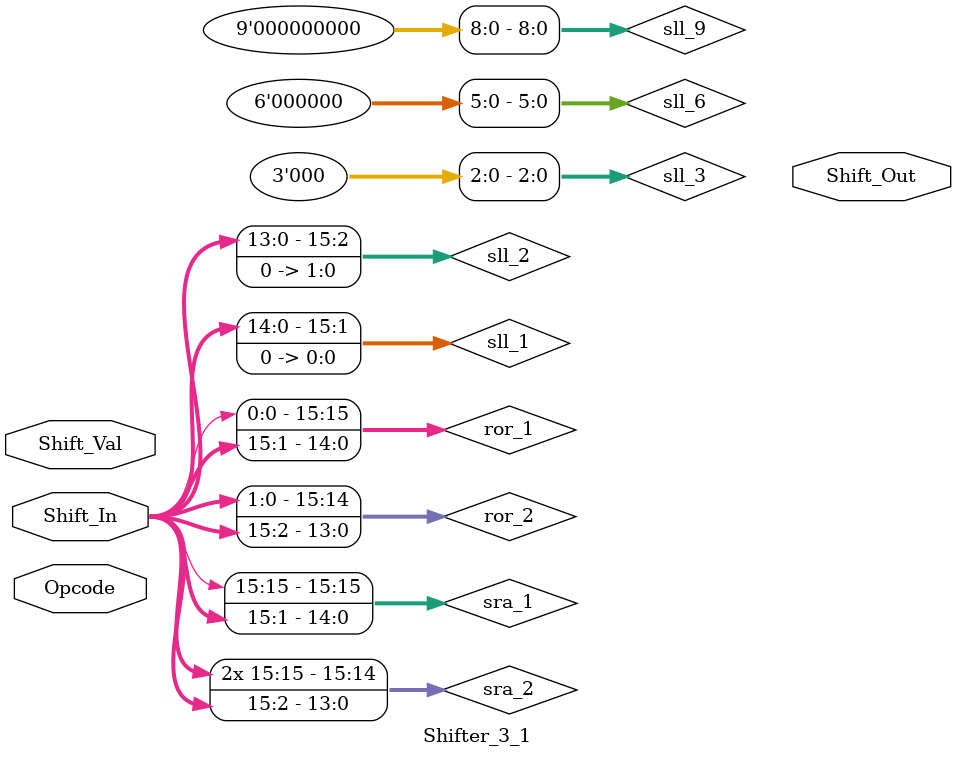
<source format=v>
/* A shifter implemented through 3-1 muxes.
 *
 * wchen329@wisc.edu
 */
module Shifter_3_1(Shift_Out, Shift_In, Shift_Val, Opcode);

input [15:0] Shift_In;
input [3:0] Shift_Val;
input [2:0] Opcode;
output [15:0] Shift_Out;

wire[1:0] s_level0, s_level1, s_level2;
wire[15:0] sll_out, sra_out, ror_out;

// Create lookup table of base 3 select inputs
assign s_level0 = Shift_In == 0 ? 0 :
		  Shift_In == 1 ? 1 :
		  Shift_In == 2 ? 2 :
		  Shift_In == 3 ? 0 :
		  Shift_In == 4 ? 1 :
		  Shift_In == 5 ? 2 :
		  Shift_In == 6 ? 0 :
		  Shift_In == 7 ? 1 :
		  Shift_In == 8 ? 2 :
		  Shift_In == 9 ? 0 :
		  Shift_In == 10 ? 1 :
		  Shift_In == 11 ? 2 :
		  Shift_In == 12 ? 0 :
		  Shift_In == 13 ? 1 :
		  Shift_In == 14 ? 2 :
		  Shift_In == 15 ? 0 : 0;

assign s_level1 = Shift_In == 0 ? 0 :
		  Shift_In == 1 ? 0 :
		  Shift_In == 2 ? 0 :
		  Shift_In == 3 ? 1 :
		  Shift_In == 4 ? 1 :
		  Shift_In == 5 ? 1 :
		  Shift_In == 6 ? 2 :
		  Shift_In == 7 ? 2 :
		  Shift_In == 8 ? 2 :
		  Shift_In == 9 ? 0 :
		  Shift_In == 10 ? 0 :
		  Shift_In == 11 ? 0 :
		  Shift_In == 12 ? 1 :
		  Shift_In == 13 ? 1 :
		  Shift_In == 14 ? 1 :
		  Shift_In == 15 ? 2 : 0;

assign s_level3 = Shift_In == 0 ? 0 :
		  Shift_In == 1 ? 0 :
		  Shift_In == 2 ? 0 :
		  Shift_In == 3 ? 0 :
		  Shift_In == 4 ? 0 :
		  Shift_In == 5 ? 0 :
		  Shift_In == 6 ? 0 :
		  Shift_In == 7 ? 0 :
		  Shift_In == 8 ? 0 :
		  Shift_In == 9 ? 1 :
		  Shift_In == 10 ? 1 :
		  Shift_In == 11 ? 1 :
		  Shift_In == 12 ? 1 :
		  Shift_In == 13 ? 1 :
		  Shift_In == 14 ? 1 :
		  Shift_In == 15 ? 1 : 0;
		

// SLL
wire[15:0] sll_1, sll_2, sll_3, sll_6, sll_9, SLL_In_L1, SLL_In_L2;
assign sll_1 = Shift_In << 1; assign sll_2 = Shift_In << 2;
assign sll_3 = SLL_In_L1 << 3; assign sll_6 = SLL_In_L1 << 6;
assign sll_9 = SLL_In_L2 << 9;

mux_3_1_array_16 LEVEL_0_LL(SLL_In_L1 , Shift_In, sll_1, sll_2, s_level0);
mux_3_1_array_16 LEVEL_1_LL(SLL_In_L2 , SLL_In_L1, sll_3, sll_6, s_level1);
mux_3_1_array_16 LEVEL_2_LL(sll_out , SLL_In_L2, sll_9, 0, s_level2);

// SRA
wire[15:0] sra_1, sra_2, sra_3, sra_6, sra_9, SRA_In_L1, SRA_In_L2;
assign sra_1 = {Shift_In[15], Shift_In[15:1]}; assign sra_2 = {Shift_In[15], Shift_In[15], Shift_In[15:2]};
assign sra_3 = {{3{SRA_In_L1[15]}}, SRA_In_L1[15:3]}; assign sra_6 = {{6{SRA_In_L1[15]}}, SRA_In_L1[15:6]};
assign sra_9 = {{9{SRA_In_L2[15]}}, SRA_In_L2[15:9]};

mux_3_1_array_16 LEVEL_0_RA(SRA_In_L1 , Shift_In, sra_1, sra_2, s_level0);
mux_3_1_array_16 LEVEL_1_RA(SRA_In_L2 , SRA_In_L1, sra_3, sra_6, s_level1);
mux_3_1_array_16 LEVEL_2_RA(sra_out , SRA_In_L2, sra_9, 0, s_level2);

// ROR
wire[15:0] ror_1, ror_2, ror_3, ror_6, ror_9, ROR_In_L1, ROR_In_L2;
assign ror_1 = {Shift_In[0], Shift_In[15:1]}; assign ror_2 = {Shift_In[1], Shift_In[0], Shift_In[15:2]};
assign ror_3 = {ROR_In_L1[2], ROR_In_L1[1], ROR_In_L1[0], ROR_In_L1[15:3]};
assign ror_6 = {ROR_In_L1[5], ROR_In_L1[4], ROR_In_L1[3], ROR_In_L1[2], ROR_In_L1[1], ROR_In_L1[0], ROR_In_L1[15:6]};
assign ror_9 = {ROR_In_L1[8], ROR_In_L1[7], ROR_In_L1[6], ROR_In_L1[5], ROR_In_L1[4], ROR_In_L1[3], ROR_In_L1[2], ROR_In_L1[1], ROR_In_L1[0], ROR_In_L2[15:9]};

mux_3_1_array_16 LEVEL_0_RO(ROR_In_L1 , Shift_In, ror_1, ror_2, s_level0);
mux_3_1_array_16 LEVEL_1_RO(ROR_In_L2 , ROR_In_L1, ror_3, ror_6, s_level1);
mux_3_1_array_16 LEVEL_2_RO(ror_out , ROR_In_L2, ror_9, 0, s_level2);

endmodule

</source>
